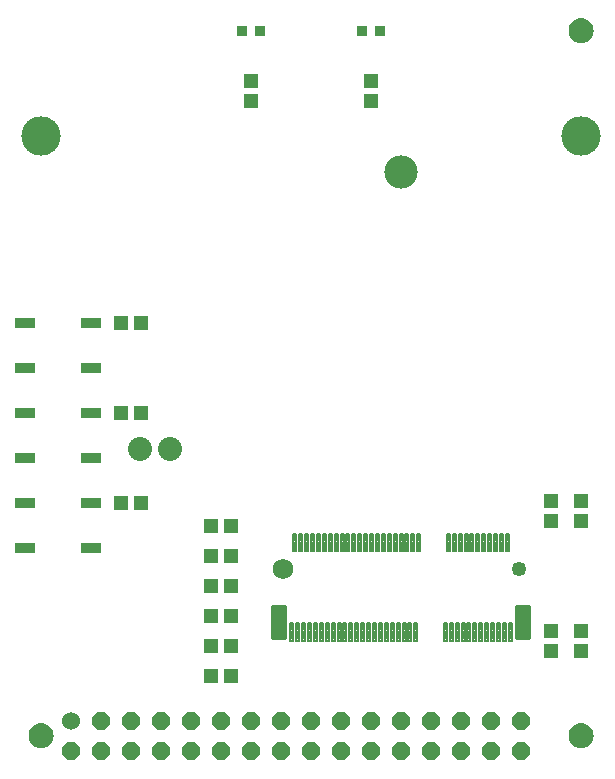
<source format=gbr>
G04 EAGLE Gerber RS-274X export*
G75*
%MOMM*%
%FSLAX34Y34*%
%LPD*%
%INSoldermask Top*%
%IPPOS*%
%AMOC8*
5,1,8,0,0,1.08239X$1,22.5*%
G01*
%ADD10C,3.327400*%
%ADD11C,1.524000*%
%ADD12P,1.649562X8X22.500000*%
%ADD13R,0.952400X0.952400*%
%ADD14R,1.152400X1.252400*%
%ADD15R,1.252400X1.152400*%
%ADD16R,1.676400X0.914400*%
%ADD17C,1.252400*%
%ADD18C,1.752400*%
%ADD19C,0.199053*%
%ADD20C,0.338100*%
%ADD21C,2.032000*%
%ADD22C,2.819400*%

G36*
X509792Y624520D02*
X509792Y624520D01*
X509835Y624532D01*
X509901Y624539D01*
X511584Y624990D01*
X511625Y625009D01*
X511688Y625028D01*
X513268Y625765D01*
X513305Y625791D01*
X513364Y625820D01*
X514792Y626820D01*
X514823Y626852D01*
X514876Y626891D01*
X516109Y628124D01*
X516134Y628160D01*
X516180Y628208D01*
X517180Y629636D01*
X517198Y629677D01*
X517235Y629732D01*
X517972Y631312D01*
X517983Y631355D01*
X518010Y631416D01*
X518461Y633099D01*
X518463Y633131D01*
X518470Y633152D01*
X518470Y633167D01*
X518480Y633208D01*
X518632Y634945D01*
X518628Y634989D01*
X518632Y635055D01*
X518480Y636792D01*
X518468Y636835D01*
X518461Y636901D01*
X518010Y638584D01*
X517991Y638625D01*
X517972Y638688D01*
X517235Y640268D01*
X517209Y640305D01*
X517180Y640364D01*
X516180Y641792D01*
X516148Y641823D01*
X516109Y641876D01*
X514876Y643109D01*
X514840Y643134D01*
X514792Y643180D01*
X513364Y644180D01*
X513323Y644198D01*
X513268Y644235D01*
X511688Y644972D01*
X511645Y644983D01*
X511584Y645010D01*
X509901Y645461D01*
X509856Y645464D01*
X509792Y645480D01*
X508055Y645632D01*
X508011Y645628D01*
X507945Y645632D01*
X506208Y645480D01*
X506165Y645468D01*
X506099Y645461D01*
X504416Y645010D01*
X504375Y644991D01*
X504312Y644972D01*
X502732Y644235D01*
X502695Y644209D01*
X502636Y644180D01*
X501208Y643180D01*
X501177Y643148D01*
X501124Y643109D01*
X499891Y641876D01*
X499866Y641840D01*
X499820Y641792D01*
X498820Y640364D01*
X498802Y640323D01*
X498765Y640268D01*
X498028Y638688D01*
X498017Y638645D01*
X497990Y638584D01*
X497539Y636901D01*
X497536Y636856D01*
X497520Y636792D01*
X497368Y635055D01*
X497372Y635011D01*
X497368Y634945D01*
X497520Y633208D01*
X497532Y633165D01*
X497536Y633131D01*
X497536Y633115D01*
X497538Y633110D01*
X497539Y633099D01*
X497990Y631416D01*
X498009Y631375D01*
X498028Y631312D01*
X498765Y629732D01*
X498791Y629695D01*
X498820Y629636D01*
X499820Y628208D01*
X499852Y628177D01*
X499891Y628124D01*
X501124Y626891D01*
X501160Y626866D01*
X501208Y626820D01*
X502636Y625820D01*
X502677Y625802D01*
X502732Y625765D01*
X504312Y625028D01*
X504355Y625017D01*
X504416Y624990D01*
X506099Y624539D01*
X506144Y624536D01*
X506208Y624520D01*
X507945Y624368D01*
X507989Y624372D01*
X508055Y624368D01*
X509792Y624520D01*
G37*
G36*
X509792Y27620D02*
X509792Y27620D01*
X509835Y27632D01*
X509901Y27639D01*
X511584Y28090D01*
X511625Y28109D01*
X511688Y28128D01*
X513268Y28865D01*
X513305Y28891D01*
X513364Y28920D01*
X514792Y29920D01*
X514823Y29952D01*
X514876Y29991D01*
X516109Y31224D01*
X516134Y31260D01*
X516180Y31308D01*
X517180Y32736D01*
X517198Y32777D01*
X517235Y32832D01*
X517972Y34412D01*
X517983Y34455D01*
X518010Y34516D01*
X518461Y36199D01*
X518463Y36231D01*
X518470Y36252D01*
X518470Y36267D01*
X518480Y36308D01*
X518632Y38045D01*
X518628Y38089D01*
X518632Y38155D01*
X518480Y39892D01*
X518468Y39935D01*
X518461Y40001D01*
X518010Y41684D01*
X517991Y41725D01*
X517972Y41788D01*
X517235Y43368D01*
X517209Y43405D01*
X517180Y43464D01*
X516180Y44892D01*
X516148Y44923D01*
X516109Y44976D01*
X514876Y46209D01*
X514840Y46234D01*
X514792Y46280D01*
X513364Y47280D01*
X513323Y47298D01*
X513268Y47335D01*
X511688Y48072D01*
X511645Y48083D01*
X511584Y48110D01*
X509901Y48561D01*
X509856Y48564D01*
X509792Y48580D01*
X508055Y48732D01*
X508011Y48728D01*
X507945Y48732D01*
X506208Y48580D01*
X506165Y48568D01*
X506099Y48561D01*
X504416Y48110D01*
X504375Y48091D01*
X504312Y48072D01*
X502732Y47335D01*
X502695Y47309D01*
X502636Y47280D01*
X501208Y46280D01*
X501177Y46248D01*
X501124Y46209D01*
X499891Y44976D01*
X499866Y44940D01*
X499820Y44892D01*
X498820Y43464D01*
X498802Y43423D01*
X498765Y43368D01*
X498028Y41788D01*
X498017Y41745D01*
X497990Y41684D01*
X497539Y40001D01*
X497536Y39956D01*
X497520Y39892D01*
X497368Y38155D01*
X497372Y38111D01*
X497368Y38045D01*
X497520Y36308D01*
X497532Y36265D01*
X497536Y36231D01*
X497536Y36215D01*
X497538Y36210D01*
X497539Y36199D01*
X497990Y34516D01*
X498009Y34475D01*
X498028Y34412D01*
X498765Y32832D01*
X498791Y32795D01*
X498820Y32736D01*
X499820Y31308D01*
X499852Y31277D01*
X499891Y31224D01*
X501124Y29991D01*
X501160Y29966D01*
X501208Y29920D01*
X502636Y28920D01*
X502677Y28902D01*
X502732Y28865D01*
X504312Y28128D01*
X504355Y28117D01*
X504416Y28090D01*
X506099Y27639D01*
X506144Y27636D01*
X506208Y27620D01*
X507945Y27468D01*
X507989Y27472D01*
X508055Y27468D01*
X509792Y27620D01*
G37*
G36*
X52592Y27620D02*
X52592Y27620D01*
X52635Y27632D01*
X52701Y27639D01*
X54384Y28090D01*
X54425Y28109D01*
X54488Y28128D01*
X56068Y28865D01*
X56105Y28891D01*
X56164Y28920D01*
X57592Y29920D01*
X57623Y29952D01*
X57676Y29991D01*
X58909Y31224D01*
X58934Y31260D01*
X58980Y31308D01*
X59980Y32736D01*
X59998Y32777D01*
X60035Y32832D01*
X60772Y34412D01*
X60783Y34455D01*
X60810Y34516D01*
X61261Y36199D01*
X61263Y36231D01*
X61270Y36252D01*
X61270Y36267D01*
X61280Y36308D01*
X61432Y38045D01*
X61428Y38089D01*
X61432Y38155D01*
X61280Y39892D01*
X61268Y39935D01*
X61261Y40001D01*
X60810Y41684D01*
X60791Y41725D01*
X60772Y41788D01*
X60035Y43368D01*
X60009Y43405D01*
X59980Y43464D01*
X58980Y44892D01*
X58948Y44923D01*
X58909Y44976D01*
X57676Y46209D01*
X57640Y46234D01*
X57592Y46280D01*
X56164Y47280D01*
X56123Y47298D01*
X56068Y47335D01*
X54488Y48072D01*
X54445Y48083D01*
X54384Y48110D01*
X52701Y48561D01*
X52656Y48564D01*
X52592Y48580D01*
X50855Y48732D01*
X50811Y48728D01*
X50745Y48732D01*
X49008Y48580D01*
X48965Y48568D01*
X48899Y48561D01*
X47216Y48110D01*
X47175Y48091D01*
X47112Y48072D01*
X45532Y47335D01*
X45495Y47309D01*
X45436Y47280D01*
X44008Y46280D01*
X43977Y46248D01*
X43924Y46209D01*
X42691Y44976D01*
X42666Y44940D01*
X42620Y44892D01*
X41620Y43464D01*
X41602Y43423D01*
X41565Y43368D01*
X40828Y41788D01*
X40817Y41745D01*
X40790Y41684D01*
X40339Y40001D01*
X40336Y39956D01*
X40320Y39892D01*
X40168Y38155D01*
X40172Y38111D01*
X40168Y38045D01*
X40320Y36308D01*
X40332Y36265D01*
X40336Y36231D01*
X40336Y36215D01*
X40338Y36210D01*
X40339Y36199D01*
X40790Y34516D01*
X40809Y34475D01*
X40828Y34412D01*
X41565Y32832D01*
X41591Y32795D01*
X41620Y32736D01*
X42620Y31308D01*
X42652Y31277D01*
X42691Y31224D01*
X43924Y29991D01*
X43960Y29966D01*
X44008Y29920D01*
X45436Y28920D01*
X45477Y28902D01*
X45532Y28865D01*
X47112Y28128D01*
X47155Y28117D01*
X47216Y28090D01*
X48899Y27639D01*
X48944Y27636D01*
X49008Y27620D01*
X50745Y27468D01*
X50789Y27472D01*
X50855Y27468D01*
X52592Y27620D01*
G37*
D10*
X50800Y546100D03*
X508000Y546100D03*
D11*
X76200Y50800D03*
D12*
X76200Y25400D03*
X101600Y50800D03*
X101600Y25400D03*
X127000Y50800D03*
X127000Y25400D03*
X152400Y50800D03*
X152400Y25400D03*
X177800Y50800D03*
X177800Y25400D03*
X203200Y50800D03*
X203200Y25400D03*
X228600Y50800D03*
X228600Y25400D03*
X254000Y50800D03*
X254000Y25400D03*
X279400Y50800D03*
X279400Y25400D03*
X304800Y50800D03*
X304800Y25400D03*
X330200Y50800D03*
X330200Y25400D03*
X355600Y50800D03*
X355600Y25400D03*
X381000Y50800D03*
X381000Y25400D03*
X406400Y50800D03*
X406400Y25400D03*
X431800Y50800D03*
X431800Y25400D03*
X457200Y50800D03*
X457200Y25400D03*
D13*
X236100Y635000D03*
X221100Y635000D03*
X337700Y635000D03*
X322700Y635000D03*
D14*
X228600Y575700D03*
X228600Y592700D03*
X330200Y575700D03*
X330200Y592700D03*
D15*
X194700Y215900D03*
X211700Y215900D03*
D14*
X482600Y220100D03*
X482600Y237100D03*
X482600Y110118D03*
X482600Y127118D03*
X508000Y110118D03*
X508000Y127118D03*
X508000Y220100D03*
X508000Y237100D03*
D16*
X92710Y349250D03*
X36830Y349250D03*
X92710Y387350D03*
X36830Y387350D03*
X92710Y273050D03*
X36830Y273050D03*
X92710Y311150D03*
X36830Y311150D03*
X92710Y196850D03*
X36830Y196850D03*
X92710Y234950D03*
X36830Y234950D03*
D15*
X118500Y311150D03*
X135500Y311150D03*
X118500Y234950D03*
X135500Y234950D03*
X118754Y387350D03*
X135754Y387350D03*
D17*
X455600Y178850D03*
D18*
X255600Y178850D03*
D19*
X419333Y194083D02*
X419333Y209117D01*
X421867Y209117D01*
X421867Y194083D01*
X419333Y194083D01*
X419333Y195974D02*
X421867Y195974D01*
X421867Y197865D02*
X419333Y197865D01*
X419333Y199756D02*
X421867Y199756D01*
X421867Y201647D02*
X419333Y201647D01*
X419333Y203538D02*
X421867Y203538D01*
X421867Y205429D02*
X419333Y205429D01*
X419333Y207320D02*
X421867Y207320D01*
X424333Y209117D02*
X424333Y194083D01*
X424333Y209117D02*
X426867Y209117D01*
X426867Y194083D01*
X424333Y194083D01*
X424333Y195974D02*
X426867Y195974D01*
X426867Y197865D02*
X424333Y197865D01*
X424333Y199756D02*
X426867Y199756D01*
X426867Y201647D02*
X424333Y201647D01*
X424333Y203538D02*
X426867Y203538D01*
X426867Y205429D02*
X424333Y205429D01*
X424333Y207320D02*
X426867Y207320D01*
X429333Y209117D02*
X429333Y194083D01*
X429333Y209117D02*
X431867Y209117D01*
X431867Y194083D01*
X429333Y194083D01*
X429333Y195974D02*
X431867Y195974D01*
X431867Y197865D02*
X429333Y197865D01*
X429333Y199756D02*
X431867Y199756D01*
X431867Y201647D02*
X429333Y201647D01*
X429333Y203538D02*
X431867Y203538D01*
X431867Y205429D02*
X429333Y205429D01*
X429333Y207320D02*
X431867Y207320D01*
X434333Y209117D02*
X434333Y194083D01*
X434333Y209117D02*
X436867Y209117D01*
X436867Y194083D01*
X434333Y194083D01*
X434333Y195974D02*
X436867Y195974D01*
X436867Y197865D02*
X434333Y197865D01*
X434333Y199756D02*
X436867Y199756D01*
X436867Y201647D02*
X434333Y201647D01*
X434333Y203538D02*
X436867Y203538D01*
X436867Y205429D02*
X434333Y205429D01*
X434333Y207320D02*
X436867Y207320D01*
X439333Y209117D02*
X439333Y194083D01*
X439333Y209117D02*
X441867Y209117D01*
X441867Y194083D01*
X439333Y194083D01*
X439333Y195974D02*
X441867Y195974D01*
X441867Y197865D02*
X439333Y197865D01*
X439333Y199756D02*
X441867Y199756D01*
X441867Y201647D02*
X439333Y201647D01*
X439333Y203538D02*
X441867Y203538D01*
X441867Y205429D02*
X439333Y205429D01*
X439333Y207320D02*
X441867Y207320D01*
X444333Y209117D02*
X444333Y194083D01*
X444333Y209117D02*
X446867Y209117D01*
X446867Y194083D01*
X444333Y194083D01*
X444333Y195974D02*
X446867Y195974D01*
X446867Y197865D02*
X444333Y197865D01*
X444333Y199756D02*
X446867Y199756D01*
X446867Y201647D02*
X444333Y201647D01*
X444333Y203538D02*
X446867Y203538D01*
X446867Y205429D02*
X444333Y205429D01*
X444333Y207320D02*
X446867Y207320D01*
X446833Y133617D02*
X446833Y118583D01*
X446833Y133617D02*
X449367Y133617D01*
X449367Y118583D01*
X446833Y118583D01*
X446833Y120474D02*
X449367Y120474D01*
X449367Y122365D02*
X446833Y122365D01*
X446833Y124256D02*
X449367Y124256D01*
X449367Y126147D02*
X446833Y126147D01*
X446833Y128038D02*
X449367Y128038D01*
X449367Y129929D02*
X446833Y129929D01*
X446833Y131820D02*
X449367Y131820D01*
X441833Y133617D02*
X441833Y118583D01*
X441833Y133617D02*
X444367Y133617D01*
X444367Y118583D01*
X441833Y118583D01*
X441833Y120474D02*
X444367Y120474D01*
X444367Y122365D02*
X441833Y122365D01*
X441833Y124256D02*
X444367Y124256D01*
X444367Y126147D02*
X441833Y126147D01*
X441833Y128038D02*
X444367Y128038D01*
X444367Y129929D02*
X441833Y129929D01*
X441833Y131820D02*
X444367Y131820D01*
X436833Y133617D02*
X436833Y118583D01*
X436833Y133617D02*
X439367Y133617D01*
X439367Y118583D01*
X436833Y118583D01*
X436833Y120474D02*
X439367Y120474D01*
X439367Y122365D02*
X436833Y122365D01*
X436833Y124256D02*
X439367Y124256D01*
X439367Y126147D02*
X436833Y126147D01*
X436833Y128038D02*
X439367Y128038D01*
X439367Y129929D02*
X436833Y129929D01*
X436833Y131820D02*
X439367Y131820D01*
X431833Y133617D02*
X431833Y118583D01*
X431833Y133617D02*
X434367Y133617D01*
X434367Y118583D01*
X431833Y118583D01*
X431833Y120474D02*
X434367Y120474D01*
X434367Y122365D02*
X431833Y122365D01*
X431833Y124256D02*
X434367Y124256D01*
X434367Y126147D02*
X431833Y126147D01*
X431833Y128038D02*
X434367Y128038D01*
X434367Y129929D02*
X431833Y129929D01*
X431833Y131820D02*
X434367Y131820D01*
X426833Y133617D02*
X426833Y118583D01*
X426833Y133617D02*
X429367Y133617D01*
X429367Y118583D01*
X426833Y118583D01*
X426833Y120474D02*
X429367Y120474D01*
X429367Y122365D02*
X426833Y122365D01*
X426833Y124256D02*
X429367Y124256D01*
X429367Y126147D02*
X426833Y126147D01*
X426833Y128038D02*
X429367Y128038D01*
X429367Y129929D02*
X426833Y129929D01*
X426833Y131820D02*
X429367Y131820D01*
X421833Y133617D02*
X421833Y118583D01*
X421833Y133617D02*
X424367Y133617D01*
X424367Y118583D01*
X421833Y118583D01*
X421833Y120474D02*
X424367Y120474D01*
X424367Y122365D02*
X421833Y122365D01*
X421833Y124256D02*
X424367Y124256D01*
X424367Y126147D02*
X421833Y126147D01*
X421833Y128038D02*
X424367Y128038D01*
X424367Y129929D02*
X421833Y129929D01*
X421833Y131820D02*
X424367Y131820D01*
X416833Y133617D02*
X416833Y118583D01*
X416833Y133617D02*
X419367Y133617D01*
X419367Y118583D01*
X416833Y118583D01*
X416833Y120474D02*
X419367Y120474D01*
X419367Y122365D02*
X416833Y122365D01*
X416833Y124256D02*
X419367Y124256D01*
X419367Y126147D02*
X416833Y126147D01*
X416833Y128038D02*
X419367Y128038D01*
X419367Y129929D02*
X416833Y129929D01*
X416833Y131820D02*
X419367Y131820D01*
D20*
X454028Y121028D02*
X454028Y146672D01*
X464172Y146672D01*
X464172Y121028D01*
X454028Y121028D01*
X454028Y124240D02*
X464172Y124240D01*
X464172Y127452D02*
X454028Y127452D01*
X454028Y130664D02*
X464172Y130664D01*
X464172Y133876D02*
X454028Y133876D01*
X454028Y137088D02*
X464172Y137088D01*
X464172Y140300D02*
X454028Y140300D01*
X454028Y143512D02*
X464172Y143512D01*
X247028Y146672D02*
X247028Y121028D01*
X247028Y146672D02*
X257172Y146672D01*
X257172Y121028D01*
X247028Y121028D01*
X247028Y124240D02*
X257172Y124240D01*
X257172Y127452D02*
X247028Y127452D01*
X247028Y130664D02*
X257172Y130664D01*
X257172Y133876D02*
X247028Y133876D01*
X247028Y137088D02*
X257172Y137088D01*
X257172Y140300D02*
X247028Y140300D01*
X247028Y143512D02*
X257172Y143512D01*
D19*
X414333Y194083D02*
X414333Y209117D01*
X416867Y209117D01*
X416867Y194083D01*
X414333Y194083D01*
X414333Y195974D02*
X416867Y195974D01*
X416867Y197865D02*
X414333Y197865D01*
X414333Y199756D02*
X416867Y199756D01*
X416867Y201647D02*
X414333Y201647D01*
X414333Y203538D02*
X416867Y203538D01*
X416867Y205429D02*
X414333Y205429D01*
X414333Y207320D02*
X416867Y207320D01*
X411833Y133617D02*
X411833Y118583D01*
X411833Y133617D02*
X414367Y133617D01*
X414367Y118583D01*
X411833Y118583D01*
X411833Y120474D02*
X414367Y120474D01*
X414367Y122365D02*
X411833Y122365D01*
X411833Y124256D02*
X414367Y124256D01*
X414367Y126147D02*
X411833Y126147D01*
X411833Y128038D02*
X414367Y128038D01*
X414367Y129929D02*
X411833Y129929D01*
X411833Y131820D02*
X414367Y131820D01*
X409333Y194083D02*
X409333Y209117D01*
X411867Y209117D01*
X411867Y194083D01*
X409333Y194083D01*
X409333Y195974D02*
X411867Y195974D01*
X411867Y197865D02*
X409333Y197865D01*
X409333Y199756D02*
X411867Y199756D01*
X411867Y201647D02*
X409333Y201647D01*
X409333Y203538D02*
X411867Y203538D01*
X411867Y205429D02*
X409333Y205429D01*
X409333Y207320D02*
X411867Y207320D01*
X406833Y133617D02*
X406833Y118583D01*
X406833Y133617D02*
X409367Y133617D01*
X409367Y118583D01*
X406833Y118583D01*
X406833Y120474D02*
X409367Y120474D01*
X409367Y122365D02*
X406833Y122365D01*
X406833Y124256D02*
X409367Y124256D01*
X409367Y126147D02*
X406833Y126147D01*
X406833Y128038D02*
X409367Y128038D01*
X409367Y129929D02*
X406833Y129929D01*
X406833Y131820D02*
X409367Y131820D01*
X404333Y194083D02*
X404333Y209117D01*
X406867Y209117D01*
X406867Y194083D01*
X404333Y194083D01*
X404333Y195974D02*
X406867Y195974D01*
X406867Y197865D02*
X404333Y197865D01*
X404333Y199756D02*
X406867Y199756D01*
X406867Y201647D02*
X404333Y201647D01*
X404333Y203538D02*
X406867Y203538D01*
X406867Y205429D02*
X404333Y205429D01*
X404333Y207320D02*
X406867Y207320D01*
X401833Y133617D02*
X401833Y118583D01*
X401833Y133617D02*
X404367Y133617D01*
X404367Y118583D01*
X401833Y118583D01*
X401833Y120474D02*
X404367Y120474D01*
X404367Y122365D02*
X401833Y122365D01*
X401833Y124256D02*
X404367Y124256D01*
X404367Y126147D02*
X401833Y126147D01*
X401833Y128038D02*
X404367Y128038D01*
X404367Y129929D02*
X401833Y129929D01*
X401833Y131820D02*
X404367Y131820D01*
X399333Y194083D02*
X399333Y209117D01*
X401867Y209117D01*
X401867Y194083D01*
X399333Y194083D01*
X399333Y195974D02*
X401867Y195974D01*
X401867Y197865D02*
X399333Y197865D01*
X399333Y199756D02*
X401867Y199756D01*
X401867Y201647D02*
X399333Y201647D01*
X399333Y203538D02*
X401867Y203538D01*
X401867Y205429D02*
X399333Y205429D01*
X399333Y207320D02*
X401867Y207320D01*
X396833Y133617D02*
X396833Y118583D01*
X396833Y133617D02*
X399367Y133617D01*
X399367Y118583D01*
X396833Y118583D01*
X396833Y120474D02*
X399367Y120474D01*
X399367Y122365D02*
X396833Y122365D01*
X396833Y124256D02*
X399367Y124256D01*
X399367Y126147D02*
X396833Y126147D01*
X396833Y128038D02*
X399367Y128038D01*
X399367Y129929D02*
X396833Y129929D01*
X396833Y131820D02*
X399367Y131820D01*
X394333Y194083D02*
X394333Y209117D01*
X396867Y209117D01*
X396867Y194083D01*
X394333Y194083D01*
X394333Y195974D02*
X396867Y195974D01*
X396867Y197865D02*
X394333Y197865D01*
X394333Y199756D02*
X396867Y199756D01*
X396867Y201647D02*
X394333Y201647D01*
X394333Y203538D02*
X396867Y203538D01*
X396867Y205429D02*
X394333Y205429D01*
X394333Y207320D02*
X396867Y207320D01*
X391833Y133617D02*
X391833Y118583D01*
X391833Y133617D02*
X394367Y133617D01*
X394367Y118583D01*
X391833Y118583D01*
X391833Y120474D02*
X394367Y120474D01*
X394367Y122365D02*
X391833Y122365D01*
X391833Y124256D02*
X394367Y124256D01*
X394367Y126147D02*
X391833Y126147D01*
X391833Y128038D02*
X394367Y128038D01*
X394367Y129929D02*
X391833Y129929D01*
X391833Y131820D02*
X394367Y131820D01*
X369333Y194083D02*
X369333Y209117D01*
X371867Y209117D01*
X371867Y194083D01*
X369333Y194083D01*
X369333Y195974D02*
X371867Y195974D01*
X371867Y197865D02*
X369333Y197865D01*
X369333Y199756D02*
X371867Y199756D01*
X371867Y201647D02*
X369333Y201647D01*
X369333Y203538D02*
X371867Y203538D01*
X371867Y205429D02*
X369333Y205429D01*
X369333Y207320D02*
X371867Y207320D01*
X366833Y133617D02*
X366833Y118583D01*
X366833Y133617D02*
X369367Y133617D01*
X369367Y118583D01*
X366833Y118583D01*
X366833Y120474D02*
X369367Y120474D01*
X369367Y122365D02*
X366833Y122365D01*
X366833Y124256D02*
X369367Y124256D01*
X369367Y126147D02*
X366833Y126147D01*
X366833Y128038D02*
X369367Y128038D01*
X369367Y129929D02*
X366833Y129929D01*
X366833Y131820D02*
X369367Y131820D01*
X364333Y194083D02*
X364333Y209117D01*
X366867Y209117D01*
X366867Y194083D01*
X364333Y194083D01*
X364333Y195974D02*
X366867Y195974D01*
X366867Y197865D02*
X364333Y197865D01*
X364333Y199756D02*
X366867Y199756D01*
X366867Y201647D02*
X364333Y201647D01*
X364333Y203538D02*
X366867Y203538D01*
X366867Y205429D02*
X364333Y205429D01*
X364333Y207320D02*
X366867Y207320D01*
X361833Y133617D02*
X361833Y118583D01*
X361833Y133617D02*
X364367Y133617D01*
X364367Y118583D01*
X361833Y118583D01*
X361833Y120474D02*
X364367Y120474D01*
X364367Y122365D02*
X361833Y122365D01*
X361833Y124256D02*
X364367Y124256D01*
X364367Y126147D02*
X361833Y126147D01*
X361833Y128038D02*
X364367Y128038D01*
X364367Y129929D02*
X361833Y129929D01*
X361833Y131820D02*
X364367Y131820D01*
X359333Y194083D02*
X359333Y209117D01*
X361867Y209117D01*
X361867Y194083D01*
X359333Y194083D01*
X359333Y195974D02*
X361867Y195974D01*
X361867Y197865D02*
X359333Y197865D01*
X359333Y199756D02*
X361867Y199756D01*
X361867Y201647D02*
X359333Y201647D01*
X359333Y203538D02*
X361867Y203538D01*
X361867Y205429D02*
X359333Y205429D01*
X359333Y207320D02*
X361867Y207320D01*
X356833Y133617D02*
X356833Y118583D01*
X356833Y133617D02*
X359367Y133617D01*
X359367Y118583D01*
X356833Y118583D01*
X356833Y120474D02*
X359367Y120474D01*
X359367Y122365D02*
X356833Y122365D01*
X356833Y124256D02*
X359367Y124256D01*
X359367Y126147D02*
X356833Y126147D01*
X356833Y128038D02*
X359367Y128038D01*
X359367Y129929D02*
X356833Y129929D01*
X356833Y131820D02*
X359367Y131820D01*
X354333Y194083D02*
X354333Y209117D01*
X356867Y209117D01*
X356867Y194083D01*
X354333Y194083D01*
X354333Y195974D02*
X356867Y195974D01*
X356867Y197865D02*
X354333Y197865D01*
X354333Y199756D02*
X356867Y199756D01*
X356867Y201647D02*
X354333Y201647D01*
X354333Y203538D02*
X356867Y203538D01*
X356867Y205429D02*
X354333Y205429D01*
X354333Y207320D02*
X356867Y207320D01*
X351833Y133617D02*
X351833Y118583D01*
X351833Y133617D02*
X354367Y133617D01*
X354367Y118583D01*
X351833Y118583D01*
X351833Y120474D02*
X354367Y120474D01*
X354367Y122365D02*
X351833Y122365D01*
X351833Y124256D02*
X354367Y124256D01*
X354367Y126147D02*
X351833Y126147D01*
X351833Y128038D02*
X354367Y128038D01*
X354367Y129929D02*
X351833Y129929D01*
X351833Y131820D02*
X354367Y131820D01*
X349333Y194083D02*
X349333Y209117D01*
X351867Y209117D01*
X351867Y194083D01*
X349333Y194083D01*
X349333Y195974D02*
X351867Y195974D01*
X351867Y197865D02*
X349333Y197865D01*
X349333Y199756D02*
X351867Y199756D01*
X351867Y201647D02*
X349333Y201647D01*
X349333Y203538D02*
X351867Y203538D01*
X351867Y205429D02*
X349333Y205429D01*
X349333Y207320D02*
X351867Y207320D01*
X346833Y133617D02*
X346833Y118583D01*
X346833Y133617D02*
X349367Y133617D01*
X349367Y118583D01*
X346833Y118583D01*
X346833Y120474D02*
X349367Y120474D01*
X349367Y122365D02*
X346833Y122365D01*
X346833Y124256D02*
X349367Y124256D01*
X349367Y126147D02*
X346833Y126147D01*
X346833Y128038D02*
X349367Y128038D01*
X349367Y129929D02*
X346833Y129929D01*
X346833Y131820D02*
X349367Y131820D01*
X344333Y194083D02*
X344333Y209117D01*
X346867Y209117D01*
X346867Y194083D01*
X344333Y194083D01*
X344333Y195974D02*
X346867Y195974D01*
X346867Y197865D02*
X344333Y197865D01*
X344333Y199756D02*
X346867Y199756D01*
X346867Y201647D02*
X344333Y201647D01*
X344333Y203538D02*
X346867Y203538D01*
X346867Y205429D02*
X344333Y205429D01*
X344333Y207320D02*
X346867Y207320D01*
X341833Y133617D02*
X341833Y118583D01*
X341833Y133617D02*
X344367Y133617D01*
X344367Y118583D01*
X341833Y118583D01*
X341833Y120474D02*
X344367Y120474D01*
X344367Y122365D02*
X341833Y122365D01*
X341833Y124256D02*
X344367Y124256D01*
X344367Y126147D02*
X341833Y126147D01*
X341833Y128038D02*
X344367Y128038D01*
X344367Y129929D02*
X341833Y129929D01*
X341833Y131820D02*
X344367Y131820D01*
X339333Y194083D02*
X339333Y209117D01*
X341867Y209117D01*
X341867Y194083D01*
X339333Y194083D01*
X339333Y195974D02*
X341867Y195974D01*
X341867Y197865D02*
X339333Y197865D01*
X339333Y199756D02*
X341867Y199756D01*
X341867Y201647D02*
X339333Y201647D01*
X339333Y203538D02*
X341867Y203538D01*
X341867Y205429D02*
X339333Y205429D01*
X339333Y207320D02*
X341867Y207320D01*
X336833Y133617D02*
X336833Y118583D01*
X336833Y133617D02*
X339367Y133617D01*
X339367Y118583D01*
X336833Y118583D01*
X336833Y120474D02*
X339367Y120474D01*
X339367Y122365D02*
X336833Y122365D01*
X336833Y124256D02*
X339367Y124256D01*
X339367Y126147D02*
X336833Y126147D01*
X336833Y128038D02*
X339367Y128038D01*
X339367Y129929D02*
X336833Y129929D01*
X336833Y131820D02*
X339367Y131820D01*
X334333Y194083D02*
X334333Y209117D01*
X336867Y209117D01*
X336867Y194083D01*
X334333Y194083D01*
X334333Y195974D02*
X336867Y195974D01*
X336867Y197865D02*
X334333Y197865D01*
X334333Y199756D02*
X336867Y199756D01*
X336867Y201647D02*
X334333Y201647D01*
X334333Y203538D02*
X336867Y203538D01*
X336867Y205429D02*
X334333Y205429D01*
X334333Y207320D02*
X336867Y207320D01*
X331833Y133617D02*
X331833Y118583D01*
X331833Y133617D02*
X334367Y133617D01*
X334367Y118583D01*
X331833Y118583D01*
X331833Y120474D02*
X334367Y120474D01*
X334367Y122365D02*
X331833Y122365D01*
X331833Y124256D02*
X334367Y124256D01*
X334367Y126147D02*
X331833Y126147D01*
X331833Y128038D02*
X334367Y128038D01*
X334367Y129929D02*
X331833Y129929D01*
X331833Y131820D02*
X334367Y131820D01*
X329333Y194083D02*
X329333Y209117D01*
X331867Y209117D01*
X331867Y194083D01*
X329333Y194083D01*
X329333Y195974D02*
X331867Y195974D01*
X331867Y197865D02*
X329333Y197865D01*
X329333Y199756D02*
X331867Y199756D01*
X331867Y201647D02*
X329333Y201647D01*
X329333Y203538D02*
X331867Y203538D01*
X331867Y205429D02*
X329333Y205429D01*
X329333Y207320D02*
X331867Y207320D01*
X326833Y133617D02*
X326833Y118583D01*
X326833Y133617D02*
X329367Y133617D01*
X329367Y118583D01*
X326833Y118583D01*
X326833Y120474D02*
X329367Y120474D01*
X329367Y122365D02*
X326833Y122365D01*
X326833Y124256D02*
X329367Y124256D01*
X329367Y126147D02*
X326833Y126147D01*
X326833Y128038D02*
X329367Y128038D01*
X329367Y129929D02*
X326833Y129929D01*
X326833Y131820D02*
X329367Y131820D01*
X324333Y194083D02*
X324333Y209117D01*
X326867Y209117D01*
X326867Y194083D01*
X324333Y194083D01*
X324333Y195974D02*
X326867Y195974D01*
X326867Y197865D02*
X324333Y197865D01*
X324333Y199756D02*
X326867Y199756D01*
X326867Y201647D02*
X324333Y201647D01*
X324333Y203538D02*
X326867Y203538D01*
X326867Y205429D02*
X324333Y205429D01*
X324333Y207320D02*
X326867Y207320D01*
X321833Y133617D02*
X321833Y118583D01*
X321833Y133617D02*
X324367Y133617D01*
X324367Y118583D01*
X321833Y118583D01*
X321833Y120474D02*
X324367Y120474D01*
X324367Y122365D02*
X321833Y122365D01*
X321833Y124256D02*
X324367Y124256D01*
X324367Y126147D02*
X321833Y126147D01*
X321833Y128038D02*
X324367Y128038D01*
X324367Y129929D02*
X321833Y129929D01*
X321833Y131820D02*
X324367Y131820D01*
X319333Y194083D02*
X319333Y209117D01*
X321867Y209117D01*
X321867Y194083D01*
X319333Y194083D01*
X319333Y195974D02*
X321867Y195974D01*
X321867Y197865D02*
X319333Y197865D01*
X319333Y199756D02*
X321867Y199756D01*
X321867Y201647D02*
X319333Y201647D01*
X319333Y203538D02*
X321867Y203538D01*
X321867Y205429D02*
X319333Y205429D01*
X319333Y207320D02*
X321867Y207320D01*
X316833Y133617D02*
X316833Y118583D01*
X316833Y133617D02*
X319367Y133617D01*
X319367Y118583D01*
X316833Y118583D01*
X316833Y120474D02*
X319367Y120474D01*
X319367Y122365D02*
X316833Y122365D01*
X316833Y124256D02*
X319367Y124256D01*
X319367Y126147D02*
X316833Y126147D01*
X316833Y128038D02*
X319367Y128038D01*
X319367Y129929D02*
X316833Y129929D01*
X316833Y131820D02*
X319367Y131820D01*
X314333Y194083D02*
X314333Y209117D01*
X316867Y209117D01*
X316867Y194083D01*
X314333Y194083D01*
X314333Y195974D02*
X316867Y195974D01*
X316867Y197865D02*
X314333Y197865D01*
X314333Y199756D02*
X316867Y199756D01*
X316867Y201647D02*
X314333Y201647D01*
X314333Y203538D02*
X316867Y203538D01*
X316867Y205429D02*
X314333Y205429D01*
X314333Y207320D02*
X316867Y207320D01*
X311833Y133617D02*
X311833Y118583D01*
X311833Y133617D02*
X314367Y133617D01*
X314367Y118583D01*
X311833Y118583D01*
X311833Y120474D02*
X314367Y120474D01*
X314367Y122365D02*
X311833Y122365D01*
X311833Y124256D02*
X314367Y124256D01*
X314367Y126147D02*
X311833Y126147D01*
X311833Y128038D02*
X314367Y128038D01*
X314367Y129929D02*
X311833Y129929D01*
X311833Y131820D02*
X314367Y131820D01*
X309333Y194083D02*
X309333Y209117D01*
X311867Y209117D01*
X311867Y194083D01*
X309333Y194083D01*
X309333Y195974D02*
X311867Y195974D01*
X311867Y197865D02*
X309333Y197865D01*
X309333Y199756D02*
X311867Y199756D01*
X311867Y201647D02*
X309333Y201647D01*
X309333Y203538D02*
X311867Y203538D01*
X311867Y205429D02*
X309333Y205429D01*
X309333Y207320D02*
X311867Y207320D01*
X306833Y133617D02*
X306833Y118583D01*
X306833Y133617D02*
X309367Y133617D01*
X309367Y118583D01*
X306833Y118583D01*
X306833Y120474D02*
X309367Y120474D01*
X309367Y122365D02*
X306833Y122365D01*
X306833Y124256D02*
X309367Y124256D01*
X309367Y126147D02*
X306833Y126147D01*
X306833Y128038D02*
X309367Y128038D01*
X309367Y129929D02*
X306833Y129929D01*
X306833Y131820D02*
X309367Y131820D01*
X304333Y194083D02*
X304333Y209117D01*
X306867Y209117D01*
X306867Y194083D01*
X304333Y194083D01*
X304333Y195974D02*
X306867Y195974D01*
X306867Y197865D02*
X304333Y197865D01*
X304333Y199756D02*
X306867Y199756D01*
X306867Y201647D02*
X304333Y201647D01*
X304333Y203538D02*
X306867Y203538D01*
X306867Y205429D02*
X304333Y205429D01*
X304333Y207320D02*
X306867Y207320D01*
X301833Y133617D02*
X301833Y118583D01*
X301833Y133617D02*
X304367Y133617D01*
X304367Y118583D01*
X301833Y118583D01*
X301833Y120474D02*
X304367Y120474D01*
X304367Y122365D02*
X301833Y122365D01*
X301833Y124256D02*
X304367Y124256D01*
X304367Y126147D02*
X301833Y126147D01*
X301833Y128038D02*
X304367Y128038D01*
X304367Y129929D02*
X301833Y129929D01*
X301833Y131820D02*
X304367Y131820D01*
X299333Y194083D02*
X299333Y209117D01*
X301867Y209117D01*
X301867Y194083D01*
X299333Y194083D01*
X299333Y195974D02*
X301867Y195974D01*
X301867Y197865D02*
X299333Y197865D01*
X299333Y199756D02*
X301867Y199756D01*
X301867Y201647D02*
X299333Y201647D01*
X299333Y203538D02*
X301867Y203538D01*
X301867Y205429D02*
X299333Y205429D01*
X299333Y207320D02*
X301867Y207320D01*
X296833Y133617D02*
X296833Y118583D01*
X296833Y133617D02*
X299367Y133617D01*
X299367Y118583D01*
X296833Y118583D01*
X296833Y120474D02*
X299367Y120474D01*
X299367Y122365D02*
X296833Y122365D01*
X296833Y124256D02*
X299367Y124256D01*
X299367Y126147D02*
X296833Y126147D01*
X296833Y128038D02*
X299367Y128038D01*
X299367Y129929D02*
X296833Y129929D01*
X296833Y131820D02*
X299367Y131820D01*
X294333Y194083D02*
X294333Y209117D01*
X296867Y209117D01*
X296867Y194083D01*
X294333Y194083D01*
X294333Y195974D02*
X296867Y195974D01*
X296867Y197865D02*
X294333Y197865D01*
X294333Y199756D02*
X296867Y199756D01*
X296867Y201647D02*
X294333Y201647D01*
X294333Y203538D02*
X296867Y203538D01*
X296867Y205429D02*
X294333Y205429D01*
X294333Y207320D02*
X296867Y207320D01*
X291833Y133617D02*
X291833Y118583D01*
X291833Y133617D02*
X294367Y133617D01*
X294367Y118583D01*
X291833Y118583D01*
X291833Y120474D02*
X294367Y120474D01*
X294367Y122365D02*
X291833Y122365D01*
X291833Y124256D02*
X294367Y124256D01*
X294367Y126147D02*
X291833Y126147D01*
X291833Y128038D02*
X294367Y128038D01*
X294367Y129929D02*
X291833Y129929D01*
X291833Y131820D02*
X294367Y131820D01*
X289333Y194083D02*
X289333Y209117D01*
X291867Y209117D01*
X291867Y194083D01*
X289333Y194083D01*
X289333Y195974D02*
X291867Y195974D01*
X291867Y197865D02*
X289333Y197865D01*
X289333Y199756D02*
X291867Y199756D01*
X291867Y201647D02*
X289333Y201647D01*
X289333Y203538D02*
X291867Y203538D01*
X291867Y205429D02*
X289333Y205429D01*
X289333Y207320D02*
X291867Y207320D01*
X286833Y133617D02*
X286833Y118583D01*
X286833Y133617D02*
X289367Y133617D01*
X289367Y118583D01*
X286833Y118583D01*
X286833Y120474D02*
X289367Y120474D01*
X289367Y122365D02*
X286833Y122365D01*
X286833Y124256D02*
X289367Y124256D01*
X289367Y126147D02*
X286833Y126147D01*
X286833Y128038D02*
X289367Y128038D01*
X289367Y129929D02*
X286833Y129929D01*
X286833Y131820D02*
X289367Y131820D01*
X284333Y194083D02*
X284333Y209117D01*
X286867Y209117D01*
X286867Y194083D01*
X284333Y194083D01*
X284333Y195974D02*
X286867Y195974D01*
X286867Y197865D02*
X284333Y197865D01*
X284333Y199756D02*
X286867Y199756D01*
X286867Y201647D02*
X284333Y201647D01*
X284333Y203538D02*
X286867Y203538D01*
X286867Y205429D02*
X284333Y205429D01*
X284333Y207320D02*
X286867Y207320D01*
X281833Y133617D02*
X281833Y118583D01*
X281833Y133617D02*
X284367Y133617D01*
X284367Y118583D01*
X281833Y118583D01*
X281833Y120474D02*
X284367Y120474D01*
X284367Y122365D02*
X281833Y122365D01*
X281833Y124256D02*
X284367Y124256D01*
X284367Y126147D02*
X281833Y126147D01*
X281833Y128038D02*
X284367Y128038D01*
X284367Y129929D02*
X281833Y129929D01*
X281833Y131820D02*
X284367Y131820D01*
X279333Y194083D02*
X279333Y209117D01*
X281867Y209117D01*
X281867Y194083D01*
X279333Y194083D01*
X279333Y195974D02*
X281867Y195974D01*
X281867Y197865D02*
X279333Y197865D01*
X279333Y199756D02*
X281867Y199756D01*
X281867Y201647D02*
X279333Y201647D01*
X279333Y203538D02*
X281867Y203538D01*
X281867Y205429D02*
X279333Y205429D01*
X279333Y207320D02*
X281867Y207320D01*
X276833Y133617D02*
X276833Y118583D01*
X276833Y133617D02*
X279367Y133617D01*
X279367Y118583D01*
X276833Y118583D01*
X276833Y120474D02*
X279367Y120474D01*
X279367Y122365D02*
X276833Y122365D01*
X276833Y124256D02*
X279367Y124256D01*
X279367Y126147D02*
X276833Y126147D01*
X276833Y128038D02*
X279367Y128038D01*
X279367Y129929D02*
X276833Y129929D01*
X276833Y131820D02*
X279367Y131820D01*
X274333Y194083D02*
X274333Y209117D01*
X276867Y209117D01*
X276867Y194083D01*
X274333Y194083D01*
X274333Y195974D02*
X276867Y195974D01*
X276867Y197865D02*
X274333Y197865D01*
X274333Y199756D02*
X276867Y199756D01*
X276867Y201647D02*
X274333Y201647D01*
X274333Y203538D02*
X276867Y203538D01*
X276867Y205429D02*
X274333Y205429D01*
X274333Y207320D02*
X276867Y207320D01*
X271833Y133617D02*
X271833Y118583D01*
X271833Y133617D02*
X274367Y133617D01*
X274367Y118583D01*
X271833Y118583D01*
X271833Y120474D02*
X274367Y120474D01*
X274367Y122365D02*
X271833Y122365D01*
X271833Y124256D02*
X274367Y124256D01*
X274367Y126147D02*
X271833Y126147D01*
X271833Y128038D02*
X274367Y128038D01*
X274367Y129929D02*
X271833Y129929D01*
X271833Y131820D02*
X274367Y131820D01*
X269333Y194083D02*
X269333Y209117D01*
X271867Y209117D01*
X271867Y194083D01*
X269333Y194083D01*
X269333Y195974D02*
X271867Y195974D01*
X271867Y197865D02*
X269333Y197865D01*
X269333Y199756D02*
X271867Y199756D01*
X271867Y201647D02*
X269333Y201647D01*
X269333Y203538D02*
X271867Y203538D01*
X271867Y205429D02*
X269333Y205429D01*
X269333Y207320D02*
X271867Y207320D01*
X266833Y133617D02*
X266833Y118583D01*
X266833Y133617D02*
X269367Y133617D01*
X269367Y118583D01*
X266833Y118583D01*
X266833Y120474D02*
X269367Y120474D01*
X269367Y122365D02*
X266833Y122365D01*
X266833Y124256D02*
X269367Y124256D01*
X269367Y126147D02*
X266833Y126147D01*
X266833Y128038D02*
X269367Y128038D01*
X269367Y129929D02*
X266833Y129929D01*
X266833Y131820D02*
X269367Y131820D01*
X264333Y194083D02*
X264333Y209117D01*
X266867Y209117D01*
X266867Y194083D01*
X264333Y194083D01*
X264333Y195974D02*
X266867Y195974D01*
X266867Y197865D02*
X264333Y197865D01*
X264333Y199756D02*
X266867Y199756D01*
X266867Y201647D02*
X264333Y201647D01*
X264333Y203538D02*
X266867Y203538D01*
X266867Y205429D02*
X264333Y205429D01*
X264333Y207320D02*
X266867Y207320D01*
X261833Y133617D02*
X261833Y118583D01*
X261833Y133617D02*
X264367Y133617D01*
X264367Y118583D01*
X261833Y118583D01*
X261833Y120474D02*
X264367Y120474D01*
X264367Y122365D02*
X261833Y122365D01*
X261833Y124256D02*
X264367Y124256D01*
X264367Y126147D02*
X261833Y126147D01*
X261833Y128038D02*
X264367Y128038D01*
X264367Y129929D02*
X261833Y129929D01*
X261833Y131820D02*
X264367Y131820D01*
D15*
X194700Y139700D03*
X211700Y139700D03*
X194700Y165100D03*
X211700Y165100D03*
X194700Y114300D03*
X211700Y114300D03*
X194700Y88900D03*
X211700Y88900D03*
X194700Y190500D03*
X211700Y190500D03*
D21*
X134620Y281178D03*
X160020Y281178D03*
D22*
X355600Y515112D03*
M02*

</source>
